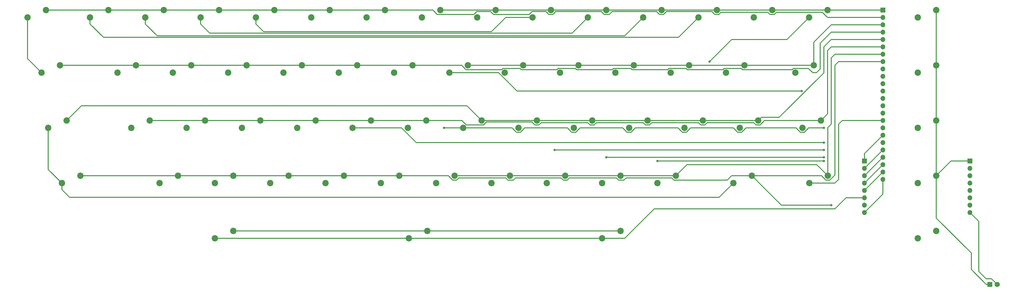
<source format=gbr>
G04 #@! TF.GenerationSoftware,KiCad,Pcbnew,5.0.2+dfsg1-1*
G04 #@! TF.CreationDate,2021-04-26T19:44:06+02:00*
G04 #@! TF.ProjectId,Project Helena,50726f6a-6563-4742-9048-656c656e612e,rev?*
G04 #@! TF.SameCoordinates,Original*
G04 #@! TF.FileFunction,Copper,L2,Bot*
G04 #@! TF.FilePolarity,Positive*
%FSLAX46Y46*%
G04 Gerber Fmt 4.6, Leading zero omitted, Abs format (unit mm)*
G04 Created by KiCad (PCBNEW 5.0.2+dfsg1-1) date Mon 26 Apr 2021 07:44:06 PM CEST*
%MOMM*%
%LPD*%
G01*
G04 APERTURE LIST*
G04 #@! TA.AperFunction,ComponentPad*
%ADD10C,2.200000*%
G04 #@! TD*
G04 #@! TA.AperFunction,ComponentPad*
%ADD11R,1.800000X1.800000*%
G04 #@! TD*
G04 #@! TA.AperFunction,ComponentPad*
%ADD12C,1.800000*%
G04 #@! TD*
G04 #@! TA.AperFunction,ComponentPad*
%ADD13O,1.700000X1.700000*%
G04 #@! TD*
G04 #@! TA.AperFunction,ComponentPad*
%ADD14R,1.700000X1.700000*%
G04 #@! TD*
G04 #@! TA.AperFunction,ViaPad*
%ADD15C,0.800000*%
G04 #@! TD*
G04 #@! TA.AperFunction,Conductor*
%ADD16C,0.304800*%
G04 #@! TD*
G04 APERTURE END LIST*
D10*
G04 #@! TO.P,SW63,2*
G04 #@! TO.N,P11*
X237363000Y-158750000D03*
G04 #@! TO.P,SW63,1*
G04 #@! TO.N,P7*
X243713000Y-156210000D03*
G04 #@! TD*
G04 #@! TO.P,SW55,1*
G04 #@! TO.N,P7*
X315087000Y-137160000D03*
G04 #@! TO.P,SW55,2*
G04 #@! TO.N,P16*
X308737000Y-139700000D03*
G04 #@! TD*
G04 #@! TO.P,SW1,1*
G04 #@! TO.N,P1*
X314960000Y-80010000D03*
G04 #@! TO.P,SW1,2*
G04 #@! TO.N,BCS*
X308610000Y-82550000D03*
G04 #@! TD*
D11*
G04 #@! TO.P,D1,1*
G04 #@! TO.N,WIRE_GND*
X370840000Y-174625000D03*
D12*
G04 #@! TO.P,D1,2*
G04 #@! TO.N,WIRE_LED*
X373380000Y-174625000D03*
G04 #@! TD*
D10*
G04 #@! TO.P,SW2,1*
G04 #@! TO.N,P5*
X52959000Y-118110000D03*
G04 #@! TO.P,SW2,2*
G04 #@! TO.N,BCS*
X46609000Y-120650000D03*
G04 #@! TD*
G04 #@! TO.P,SW4,1*
G04 #@! TO.N,P1*
X181610000Y-80010000D03*
G04 #@! TO.P,SW4,2*
G04 #@! TO.N,P10*
X175260000Y-82550000D03*
G04 #@! TD*
G04 #@! TO.P,SW5,2*
G04 #@! TO.N,P10*
X156210000Y-82550000D03*
G04 #@! TO.P,SW5,1*
G04 #@! TO.N,P2*
X162560000Y-80010000D03*
G04 #@! TD*
G04 #@! TO.P,SW6,1*
G04 #@! TO.N,P3*
X191135000Y-99060000D03*
G04 #@! TO.P,SW6,2*
G04 #@! TO.N,P10*
X184785000Y-101600000D03*
G04 #@! TD*
G04 #@! TO.P,SW7,2*
G04 #@! TO.N,P10*
X165735000Y-101600000D03*
G04 #@! TO.P,SW7,1*
G04 #@! TO.N,P4*
X172085000Y-99060000D03*
G04 #@! TD*
G04 #@! TO.P,SW8,1*
G04 #@! TO.N,P7*
X186563000Y-137160000D03*
G04 #@! TO.P,SW8,2*
G04 #@! TO.N,P10*
X180213000Y-139700000D03*
G04 #@! TD*
G04 #@! TO.P,SW9,2*
G04 #@! TO.N,P11*
X189484000Y-120650000D03*
G04 #@! TO.P,SW9,1*
G04 #@! TO.N,P5*
X195834000Y-118110000D03*
G04 #@! TD*
G04 #@! TO.P,SW10,1*
G04 #@! TO.N,P6*
X176784000Y-118110000D03*
G04 #@! TO.P,SW10,2*
G04 #@! TO.N,P11*
X170434000Y-120650000D03*
G04 #@! TD*
G04 #@! TO.P,SW11,2*
G04 #@! TO.N,P11*
X170815000Y-158750000D03*
G04 #@! TO.P,SW11,1*
G04 #@! TO.N,P7*
X177165000Y-156210000D03*
G04 #@! TD*
G04 #@! TO.P,SW12,1*
G04 #@! TO.N,WIRE_P8*
X352425000Y-156210000D03*
G04 #@! TO.P,SW12,2*
G04 #@! TO.N,WIRE_P11*
X346075000Y-158750000D03*
G04 #@! TD*
G04 #@! TO.P,SW13,2*
G04 #@! TO.N,P12*
X194310000Y-82550000D03*
G04 #@! TO.P,SW13,1*
G04 #@! TO.N,P1*
X200660000Y-80010000D03*
G04 #@! TD*
G04 #@! TO.P,SW14,1*
G04 #@! TO.N,P2*
X143510000Y-80010000D03*
G04 #@! TO.P,SW14,2*
G04 #@! TO.N,P12*
X137160000Y-82550000D03*
G04 #@! TD*
G04 #@! TO.P,SW15,2*
G04 #@! TO.N,P12*
X203835000Y-101600000D03*
G04 #@! TO.P,SW15,1*
G04 #@! TO.N,P3*
X210185000Y-99060000D03*
G04 #@! TD*
G04 #@! TO.P,SW16,1*
G04 #@! TO.N,P4*
X153035000Y-99060000D03*
G04 #@! TO.P,SW16,2*
G04 #@! TO.N,P12*
X146685000Y-101600000D03*
G04 #@! TD*
G04 #@! TO.P,SW17,2*
G04 #@! TO.N,P12*
X208534000Y-120650000D03*
G04 #@! TO.P,SW17,1*
G04 #@! TO.N,P5*
X214884000Y-118110000D03*
G04 #@! TD*
G04 #@! TO.P,SW18,1*
G04 #@! TO.N,P6*
X157734000Y-118110000D03*
G04 #@! TO.P,SW18,2*
G04 #@! TO.N,P12*
X151384000Y-120650000D03*
G04 #@! TD*
G04 #@! TO.P,SW19,2*
G04 #@! TO.N,P12*
X199263000Y-139700000D03*
G04 #@! TO.P,SW19,1*
G04 #@! TO.N,P7*
X205613000Y-137160000D03*
G04 #@! TD*
G04 #@! TO.P,SW20,1*
G04 #@! TO.N,P8*
X167513000Y-137160000D03*
G04 #@! TO.P,SW20,2*
G04 #@! TO.N,P12*
X161163000Y-139700000D03*
G04 #@! TD*
G04 #@! TO.P,SW21,2*
G04 #@! TO.N,WIRE_START*
X346075000Y-139700000D03*
G04 #@! TO.P,SW21,1*
G04 #@! TO.N,WIRE_GND*
X352425000Y-137160000D03*
G04 #@! TD*
G04 #@! TO.P,SW22,2*
G04 #@! TO.N,P13*
X213360000Y-82550000D03*
G04 #@! TO.P,SW22,1*
G04 #@! TO.N,P1*
X219710000Y-80010000D03*
G04 #@! TD*
G04 #@! TO.P,SW23,1*
G04 #@! TO.N,P2*
X124460000Y-80010000D03*
G04 #@! TO.P,SW23,2*
G04 #@! TO.N,P13*
X118110000Y-82550000D03*
G04 #@! TD*
G04 #@! TO.P,SW24,2*
G04 #@! TO.N,P13*
X222885000Y-101600000D03*
G04 #@! TO.P,SW24,1*
G04 #@! TO.N,P3*
X229235000Y-99060000D03*
G04 #@! TD*
G04 #@! TO.P,SW25,1*
G04 #@! TO.N,P4*
X133985000Y-99060000D03*
G04 #@! TO.P,SW25,2*
G04 #@! TO.N,P13*
X127635000Y-101600000D03*
G04 #@! TD*
G04 #@! TO.P,SW26,2*
G04 #@! TO.N,P13*
X227584000Y-120650000D03*
G04 #@! TO.P,SW26,1*
G04 #@! TO.N,P5*
X233934000Y-118110000D03*
G04 #@! TD*
G04 #@! TO.P,SW27,1*
G04 #@! TO.N,P6*
X138684000Y-118110000D03*
G04 #@! TO.P,SW27,2*
G04 #@! TO.N,P13*
X132334000Y-120650000D03*
G04 #@! TD*
G04 #@! TO.P,SW28,2*
G04 #@! TO.N,P13*
X218313000Y-139700000D03*
G04 #@! TO.P,SW28,1*
G04 #@! TO.N,P7*
X224663000Y-137160000D03*
G04 #@! TD*
G04 #@! TO.P,SW29,1*
G04 #@! TO.N,P8*
X148463000Y-137160000D03*
G04 #@! TO.P,SW29,2*
G04 #@! TO.N,P13*
X142113000Y-139700000D03*
G04 #@! TD*
G04 #@! TO.P,SW30,1*
G04 #@! TO.N,WIRE_GND*
X352425000Y-118110000D03*
G04 #@! TO.P,SW30,2*
G04 #@! TO.N,WIRE_SELECT*
X346075000Y-120650000D03*
G04 #@! TD*
G04 #@! TO.P,SW31,2*
G04 #@! TO.N,P14*
X232410000Y-82550000D03*
G04 #@! TO.P,SW31,1*
G04 #@! TO.N,P1*
X238760000Y-80010000D03*
G04 #@! TD*
G04 #@! TO.P,SW32,1*
G04 #@! TO.N,P2*
X105410000Y-80010000D03*
G04 #@! TO.P,SW32,2*
G04 #@! TO.N,P14*
X99060000Y-82550000D03*
G04 #@! TD*
G04 #@! TO.P,SW33,2*
G04 #@! TO.N,P14*
X241935000Y-101600000D03*
G04 #@! TO.P,SW33,1*
G04 #@! TO.N,P3*
X248285000Y-99060000D03*
G04 #@! TD*
G04 #@! TO.P,SW34,1*
G04 #@! TO.N,P4*
X114935000Y-99060000D03*
G04 #@! TO.P,SW34,2*
G04 #@! TO.N,P14*
X108585000Y-101600000D03*
G04 #@! TD*
G04 #@! TO.P,SW35,2*
G04 #@! TO.N,P14*
X246634000Y-120650000D03*
G04 #@! TO.P,SW35,1*
G04 #@! TO.N,P5*
X252984000Y-118110000D03*
G04 #@! TD*
G04 #@! TO.P,SW36,1*
G04 #@! TO.N,P6*
X119634000Y-118110000D03*
G04 #@! TO.P,SW36,2*
G04 #@! TO.N,P14*
X113284000Y-120650000D03*
G04 #@! TD*
G04 #@! TO.P,SW37,2*
G04 #@! TO.N,P14*
X237363000Y-139700000D03*
G04 #@! TO.P,SW37,1*
G04 #@! TO.N,P7*
X243713000Y-137160000D03*
G04 #@! TD*
G04 #@! TO.P,SW38,2*
G04 #@! TO.N,P14*
X123063000Y-139700000D03*
G04 #@! TO.P,SW38,1*
G04 #@! TO.N,P8*
X129413000Y-137160000D03*
G04 #@! TD*
G04 #@! TO.P,SW39,1*
G04 #@! TO.N,WIRE_GND*
X352425000Y-99060000D03*
G04 #@! TO.P,SW39,2*
G04 #@! TO.N,WIRE_OPTION*
X346075000Y-101600000D03*
G04 #@! TD*
G04 #@! TO.P,SW40,1*
G04 #@! TO.N,P1*
X257810000Y-80010000D03*
G04 #@! TO.P,SW40,2*
G04 #@! TO.N,P15*
X251460000Y-82550000D03*
G04 #@! TD*
G04 #@! TO.P,SW41,2*
G04 #@! TO.N,P15*
X80010000Y-82550000D03*
G04 #@! TO.P,SW41,1*
G04 #@! TO.N,P2*
X86360000Y-80010000D03*
G04 #@! TD*
G04 #@! TO.P,SW42,1*
G04 #@! TO.N,P3*
X267335000Y-99060000D03*
G04 #@! TO.P,SW42,2*
G04 #@! TO.N,P15*
X260985000Y-101600000D03*
G04 #@! TD*
G04 #@! TO.P,SW43,2*
G04 #@! TO.N,P15*
X89535000Y-101600000D03*
G04 #@! TO.P,SW43,1*
G04 #@! TO.N,P4*
X95885000Y-99060000D03*
G04 #@! TD*
G04 #@! TO.P,SW44,1*
G04 #@! TO.N,P5*
X272034000Y-118110000D03*
G04 #@! TO.P,SW44,2*
G04 #@! TO.N,P15*
X265684000Y-120650000D03*
G04 #@! TD*
G04 #@! TO.P,SW45,2*
G04 #@! TO.N,P15*
X94234000Y-120650000D03*
G04 #@! TO.P,SW45,1*
G04 #@! TO.N,P6*
X100584000Y-118110000D03*
G04 #@! TD*
G04 #@! TO.P,SW46,1*
G04 #@! TO.N,P7*
X262763000Y-137160000D03*
G04 #@! TO.P,SW46,2*
G04 #@! TO.N,P15*
X256413000Y-139700000D03*
G04 #@! TD*
G04 #@! TO.P,SW47,2*
G04 #@! TO.N,P15*
X104013000Y-139700000D03*
G04 #@! TO.P,SW47,1*
G04 #@! TO.N,P8*
X110363000Y-137160000D03*
G04 #@! TD*
G04 #@! TO.P,SW48,1*
G04 #@! TO.N,WIRE_GND*
X352425000Y-80010000D03*
G04 #@! TO.P,SW48,2*
G04 #@! TO.N,WIRE_RESET*
X346075000Y-82550000D03*
G04 #@! TD*
G04 #@! TO.P,SW49,1*
G04 #@! TO.N,P1*
X276860000Y-80010000D03*
G04 #@! TO.P,SW49,2*
G04 #@! TO.N,P16*
X270510000Y-82550000D03*
G04 #@! TD*
G04 #@! TO.P,SW50,2*
G04 #@! TO.N,P16*
X60960000Y-82550000D03*
G04 #@! TO.P,SW50,1*
G04 #@! TO.N,P2*
X67310000Y-80010000D03*
G04 #@! TD*
G04 #@! TO.P,SW51,1*
G04 #@! TO.N,P3*
X286385000Y-99060000D03*
G04 #@! TO.P,SW51,2*
G04 #@! TO.N,P16*
X280035000Y-101600000D03*
G04 #@! TD*
G04 #@! TO.P,SW52,2*
G04 #@! TO.N,P16*
X70485000Y-101600000D03*
G04 #@! TO.P,SW52,1*
G04 #@! TO.N,P4*
X76835000Y-99060000D03*
G04 #@! TD*
G04 #@! TO.P,SW53,1*
G04 #@! TO.N,P5*
X291084000Y-118110000D03*
G04 #@! TO.P,SW53,2*
G04 #@! TO.N,P16*
X284734000Y-120650000D03*
G04 #@! TD*
G04 #@! TO.P,SW54,2*
G04 #@! TO.N,P16*
X75184000Y-120650000D03*
G04 #@! TO.P,SW54,1*
G04 #@! TO.N,P6*
X81534000Y-118110000D03*
G04 #@! TD*
G04 #@! TO.P,SW56,2*
G04 #@! TO.N,P16*
X84963000Y-139700000D03*
G04 #@! TO.P,SW56,1*
G04 #@! TO.N,P8*
X91313000Y-137160000D03*
G04 #@! TD*
G04 #@! TO.P,SW57,1*
G04 #@! TO.N,P1*
X295910000Y-80010000D03*
G04 #@! TO.P,SW57,2*
G04 #@! TO.N,P17*
X289560000Y-82550000D03*
G04 #@! TD*
G04 #@! TO.P,SW58,2*
G04 #@! TO.N,P17*
X39497000Y-82550000D03*
G04 #@! TO.P,SW58,1*
G04 #@! TO.N,P2*
X45847000Y-80010000D03*
G04 #@! TD*
G04 #@! TO.P,SW59,1*
G04 #@! TO.N,P3*
X310261000Y-99060000D03*
G04 #@! TO.P,SW59,2*
G04 #@! TO.N,P17*
X303911000Y-101600000D03*
G04 #@! TD*
G04 #@! TO.P,SW60,2*
G04 #@! TO.N,P17*
X44323000Y-101600000D03*
G04 #@! TO.P,SW60,1*
G04 #@! TO.N,P4*
X50673000Y-99060000D03*
G04 #@! TD*
G04 #@! TO.P,SW61,1*
G04 #@! TO.N,P6*
X312674000Y-118110000D03*
G04 #@! TO.P,SW61,2*
G04 #@! TO.N,P17*
X306324000Y-120650000D03*
G04 #@! TD*
G04 #@! TO.P,SW62,2*
G04 #@! TO.N,P11*
X104013000Y-158750000D03*
G04 #@! TO.P,SW62,1*
G04 #@! TO.N,P7*
X110363000Y-156210000D03*
G04 #@! TD*
G04 #@! TO.P,SW64,1*
G04 #@! TO.N,P8*
X288925000Y-137160000D03*
G04 #@! TO.P,SW64,2*
G04 #@! TO.N,BCS*
X282575000Y-139700000D03*
G04 #@! TD*
G04 #@! TO.P,SW3,1*
G04 #@! TO.N,P8*
X57658000Y-137160000D03*
G04 #@! TO.P,SW3,2*
G04 #@! TO.N,BCS*
X51308000Y-139700000D03*
G04 #@! TD*
D13*
G04 #@! TO.P,J2,8*
G04 #@! TO.N,LED*
X327660000Y-149860000D03*
G04 #@! TO.P,J2,7*
G04 #@! TO.N,P8*
X327660000Y-147320000D03*
G04 #@! TO.P,J2,6*
G04 #@! TO.N,P11*
X327660000Y-144780000D03*
G04 #@! TO.P,J2,5*
G04 #@! TO.N,RESET*
X327660000Y-142240000D03*
G04 #@! TO.P,J2,4*
G04 #@! TO.N,OPTION*
X327660000Y-139700000D03*
G04 #@! TO.P,J2,3*
G04 #@! TO.N,SELECT*
X327660000Y-137160000D03*
G04 #@! TO.P,J2,2*
G04 #@! TO.N,START*
X327660000Y-134620000D03*
D14*
G04 #@! TO.P,J2,1*
G04 #@! TO.N,GND*
X327660000Y-132080000D03*
G04 #@! TD*
G04 #@! TO.P,J3,1*
G04 #@! TO.N,WIRE_GND*
X364000000Y-132080000D03*
D13*
G04 #@! TO.P,J3,2*
G04 #@! TO.N,WIRE_START*
X364000000Y-134620000D03*
G04 #@! TO.P,J3,3*
G04 #@! TO.N,WIRE_SELECT*
X364000000Y-137160000D03*
G04 #@! TO.P,J3,4*
G04 #@! TO.N,WIRE_OPTION*
X364000000Y-139700000D03*
G04 #@! TO.P,J3,5*
G04 #@! TO.N,WIRE_RESET*
X364000000Y-142240000D03*
G04 #@! TO.P,J3,6*
G04 #@! TO.N,WIRE_P11*
X364000000Y-144780000D03*
G04 #@! TO.P,J3,7*
G04 #@! TO.N,WIRE_P8*
X364000000Y-147320000D03*
G04 #@! TO.P,J3,8*
G04 #@! TO.N,WIRE_LED*
X364000000Y-149860000D03*
G04 #@! TD*
D14*
G04 #@! TO.P,J1,1*
G04 #@! TO.N,P1*
X334000000Y-80000000D03*
D13*
G04 #@! TO.P,J1,2*
G04 #@! TO.N,P2*
X334000000Y-82540000D03*
G04 #@! TO.P,J1,3*
G04 #@! TO.N,P3*
X334000000Y-85080000D03*
G04 #@! TO.P,J1,4*
G04 #@! TO.N,P4*
X334000000Y-87620000D03*
G04 #@! TO.P,J1,5*
G04 #@! TO.N,P5*
X334000000Y-90160000D03*
G04 #@! TO.P,J1,6*
G04 #@! TO.N,P6*
X334000000Y-92700000D03*
G04 #@! TO.P,J1,7*
G04 #@! TO.N,P7*
X334000000Y-95240000D03*
G04 #@! TO.P,J1,8*
G04 #@! TO.N,P8*
X334000000Y-97780000D03*
G04 #@! TO.P,J1,9*
G04 #@! TO.N,BCS*
X334000000Y-100320000D03*
G04 #@! TO.P,J1,10*
G04 #@! TO.N,P10*
X334000000Y-102860000D03*
G04 #@! TO.P,J1,11*
G04 #@! TO.N,P11*
X334000000Y-105400000D03*
G04 #@! TO.P,J1,12*
G04 #@! TO.N,P12*
X334000000Y-107940000D03*
G04 #@! TO.P,J1,13*
G04 #@! TO.N,P13*
X334000000Y-110480000D03*
G04 #@! TO.P,J1,14*
G04 #@! TO.N,P14*
X334000000Y-113020000D03*
G04 #@! TO.P,J1,15*
G04 #@! TO.N,P15*
X334000000Y-115560000D03*
G04 #@! TO.P,J1,16*
G04 #@! TO.N,P16*
X334000000Y-118100000D03*
G04 #@! TO.P,J1,17*
G04 #@! TO.N,P17*
X334000000Y-120640000D03*
G04 #@! TO.P,J1,18*
G04 #@! TO.N,GND*
X334000000Y-123180000D03*
G04 #@! TO.P,J1,19*
G04 #@! TO.N,N/C*
X334000000Y-125720000D03*
G04 #@! TO.P,J1,20*
G04 #@! TO.N,START*
X334000000Y-128260000D03*
G04 #@! TO.P,J1,21*
G04 #@! TO.N,SELECT*
X334000000Y-130800000D03*
G04 #@! TO.P,J1,22*
G04 #@! TO.N,OPTION*
X334000000Y-133340000D03*
G04 #@! TO.P,J1,23*
G04 #@! TO.N,RESET*
X334000000Y-135880000D03*
G04 #@! TO.P,J1,24*
G04 #@! TO.N,LED*
X334000000Y-138420000D03*
G04 #@! TD*
D15*
G04 #@! TO.N,P8*
X316230000Y-147320000D03*
G04 #@! TO.N,BCS*
X274320000Y-97790000D03*
G04 #@! TO.N,P10*
X306070000Y-107950000D03*
G04 #@! TO.N,P11*
X182880000Y-120650000D03*
X313690000Y-120650000D03*
G04 #@! TO.N,P12*
X313690000Y-125730000D03*
G04 #@! TO.N,P13*
X220980000Y-128270000D03*
X313690000Y-128270000D03*
G04 #@! TO.N,P14*
X238760000Y-130810000D03*
X313690000Y-130810000D03*
G04 #@! TO.N,P15*
X256413000Y-132080000D03*
X313690000Y-132080000D03*
G04 #@! TD*
D16*
G04 #@! TO.N,GND*
X327660000Y-129520000D02*
X327660000Y-132080000D01*
X334000000Y-123180000D02*
X327660000Y-129520000D01*
G04 #@! TO.N,LED*
X334000000Y-143520000D02*
X327660000Y-149860000D01*
X334000000Y-138420000D02*
X334000000Y-143520000D01*
G04 #@! TO.N,P1*
X314960000Y-80010000D02*
X295910000Y-80010000D01*
X295910000Y-80010000D02*
X276860000Y-80010000D01*
X276860000Y-80010000D02*
X257810000Y-80010000D01*
X257810000Y-80010000D02*
X238760000Y-80010000D01*
X238760000Y-80010000D02*
X219710000Y-80010000D01*
X200660000Y-80010000D02*
X219710000Y-80010000D01*
X200660000Y-80010000D02*
X181610000Y-80010000D01*
X333990000Y-80010000D02*
X334000000Y-80000000D01*
X314960000Y-80010000D02*
X333990000Y-80010000D01*
G04 #@! TO.N,P2*
X162560000Y-80010000D02*
X45847000Y-80010000D01*
X295211311Y-81465601D02*
X296608689Y-81465601D01*
X294454399Y-80708689D02*
X295211311Y-81465601D01*
X278315601Y-80708689D02*
X294454399Y-80708689D01*
X277558689Y-81465601D02*
X278315601Y-80708689D01*
X276161311Y-81465601D02*
X277558689Y-81465601D01*
X275213720Y-80518010D02*
X276161311Y-81465601D01*
X259456280Y-80518010D02*
X275213720Y-80518010D01*
X258508689Y-81465601D02*
X259456280Y-80518010D01*
X257111311Y-81465601D02*
X258508689Y-81465601D01*
X256163720Y-80518010D02*
X257111311Y-81465601D01*
X240791990Y-80518010D02*
X256163720Y-80518010D01*
X296608689Y-81465601D02*
X297365601Y-80708689D01*
X194187700Y-80518010D02*
X199013720Y-80518010D01*
X239844399Y-81465601D02*
X240791990Y-80518010D01*
X313118689Y-80708689D02*
X314960000Y-82550000D01*
X199961311Y-81465601D02*
X212290109Y-81465601D01*
X297365601Y-80708689D02*
X313118689Y-80708689D01*
X199013720Y-80518010D02*
X199961311Y-81465601D01*
X238061311Y-81465601D02*
X239844399Y-81465601D01*
X314960000Y-82550000D02*
X333990000Y-82550000D01*
X212290109Y-81465601D02*
X213237700Y-80518010D01*
X333990000Y-82550000D02*
X334000000Y-82540000D01*
X213237700Y-80518010D02*
X218063720Y-80518010D01*
X218063720Y-80518010D02*
X219011311Y-81465601D01*
X179070000Y-80010000D02*
X180525601Y-81465601D01*
X220408689Y-81465601D02*
X221356280Y-80518010D01*
X219011311Y-81465601D02*
X220408689Y-81465601D01*
X180525601Y-81465601D02*
X193240109Y-81465601D01*
X221356280Y-80518010D02*
X237113720Y-80518010D01*
X193240109Y-81465601D02*
X194187700Y-80518010D01*
X162560000Y-80010000D02*
X179070000Y-80010000D01*
X237113720Y-80518010D02*
X238061311Y-81465601D01*
G04 #@! TO.N,P3*
X310261000Y-99060000D02*
X267335000Y-99060000D01*
X267335000Y-99060000D02*
X191135000Y-99060000D01*
X333990000Y-85090000D02*
X334000000Y-85080000D01*
X316230000Y-85090000D02*
X333990000Y-85090000D01*
X310261000Y-99060000D02*
X310261000Y-91059000D01*
X310261000Y-91059000D02*
X316230000Y-85090000D01*
G04 #@! TO.N,P4*
X172085000Y-99060000D02*
X50673000Y-99060000D01*
X333990000Y-87630000D02*
X334000000Y-87620000D01*
X311150000Y-101600000D02*
X312420000Y-100330000D01*
X309880000Y-101600000D02*
X311150000Y-101600000D01*
X308424399Y-100144399D02*
X309880000Y-101600000D01*
X303212311Y-100144399D02*
X308424399Y-100144399D01*
X302841109Y-100515601D02*
X303212311Y-100144399D01*
X285686311Y-100515601D02*
X302841109Y-100515601D01*
X285315109Y-100144399D02*
X285686311Y-100515601D01*
X190436311Y-100515601D02*
X202765109Y-100515601D01*
X260286311Y-100144399D02*
X266265109Y-100144399D01*
X209115109Y-100144399D02*
X209486311Y-100515601D01*
X312420000Y-100330000D02*
X312420000Y-91440000D01*
X172085000Y-99060000D02*
X188980710Y-99060000D01*
X188980710Y-99060000D02*
X190436311Y-100515601D01*
X203136311Y-100144399D02*
X209115109Y-100144399D01*
X259915109Y-100515601D02*
X260286311Y-100144399D01*
X266265109Y-100144399D02*
X266636311Y-100515601D01*
X209486311Y-100515601D02*
X221815109Y-100515601D01*
X312420000Y-91440000D02*
X316230000Y-87630000D01*
X266636311Y-100515601D02*
X278965109Y-100515601D01*
X221815109Y-100515601D02*
X222186311Y-100144399D01*
X202765109Y-100515601D02*
X203136311Y-100144399D01*
X228536311Y-100515601D02*
X240865109Y-100515601D01*
X316230000Y-87630000D02*
X333990000Y-87630000D01*
X278965109Y-100515601D02*
X279336311Y-100144399D01*
X222186311Y-100144399D02*
X228165109Y-100144399D01*
X240865109Y-100515601D02*
X241236311Y-100144399D01*
X279336311Y-100144399D02*
X285315109Y-100144399D01*
X228165109Y-100144399D02*
X228536311Y-100515601D01*
X241236311Y-100144399D02*
X247215109Y-100144399D01*
X247215109Y-100144399D02*
X247586311Y-100515601D01*
X247586311Y-100515601D02*
X259915109Y-100515601D01*
G04 #@! TO.N,P5*
X291084000Y-118110000D02*
X195834000Y-118110000D01*
X190754000Y-113030000D02*
X195834000Y-118110000D01*
X58039000Y-113030000D02*
X190754000Y-113030000D01*
X52959000Y-118110000D02*
X58039000Y-113030000D01*
X292183999Y-117010001D02*
X298337289Y-117010001D01*
X333990000Y-90170000D02*
X334000000Y-90160000D01*
X316230000Y-90170000D02*
X333990000Y-90170000D01*
X298337289Y-117010001D02*
X313690000Y-101657290D01*
X313690000Y-101657290D02*
X313690000Y-92710000D01*
X291084000Y-118110000D02*
X292183999Y-117010001D01*
X313690000Y-92710000D02*
X316230000Y-90170000D01*
G04 #@! TO.N,P6*
X176784000Y-118110000D02*
X100584000Y-118110000D01*
X100584000Y-118110000D02*
X81534000Y-118110000D01*
X189098290Y-118110000D02*
X176784000Y-118110000D01*
X196532689Y-119565601D02*
X190553891Y-119565601D01*
X197480280Y-118618010D02*
X196532689Y-119565601D01*
X213237720Y-118618010D02*
X197480280Y-118618010D01*
X214185311Y-119565601D02*
X213237720Y-118618010D01*
X215582689Y-119565601D02*
X214185311Y-119565601D01*
X216339601Y-118808689D02*
X215582689Y-119565601D01*
X233235311Y-119565601D02*
X232478399Y-118808689D01*
X235389601Y-118808689D02*
X234632689Y-119565601D01*
X190553891Y-119565601D02*
X189098290Y-118110000D01*
X251528399Y-118808689D02*
X235389601Y-118808689D01*
X234632689Y-119565601D02*
X233235311Y-119565601D01*
X252285311Y-119565601D02*
X251528399Y-118808689D01*
X253682689Y-119565601D02*
X252285311Y-119565601D01*
X254439601Y-118808689D02*
X253682689Y-119565601D01*
X270578399Y-118808689D02*
X254439601Y-118808689D01*
X232478399Y-118808689D02*
X216339601Y-118808689D01*
X272732689Y-119565601D02*
X271335311Y-119565601D01*
X273489601Y-118808689D02*
X272732689Y-119565601D01*
X289628399Y-118808689D02*
X273489601Y-118808689D01*
X290385311Y-119565601D02*
X289628399Y-118808689D01*
X291782689Y-119565601D02*
X290385311Y-119565601D01*
X293238290Y-118110000D02*
X291782689Y-119565601D01*
X271335311Y-119565601D02*
X270578399Y-118808689D01*
X312674000Y-118110000D02*
X293238290Y-118110000D01*
X333990000Y-92710000D02*
X334000000Y-92700000D01*
X316230000Y-92710000D02*
X333990000Y-92710000D01*
X314960000Y-93980000D02*
X316230000Y-92710000D01*
X312674000Y-118110000D02*
X314960000Y-115824000D01*
X314960000Y-115824000D02*
X314960000Y-93980000D01*
G04 #@! TO.N,P7*
X266573000Y-133350000D02*
X262763000Y-137160000D01*
X311277000Y-133350000D02*
X266573000Y-133350000D01*
X315087000Y-137160000D02*
X311277000Y-133350000D01*
X262763000Y-137160000D02*
X224663000Y-137160000D01*
X224663000Y-137160000D02*
X186563000Y-137160000D01*
X243713000Y-156210000D02*
X177165000Y-156210000D01*
X177165000Y-156210000D02*
X110363000Y-156210000D01*
X333990000Y-95250000D02*
X334000000Y-95240000D01*
X317500000Y-95250000D02*
X333990000Y-95250000D01*
X316230000Y-96520000D02*
X317500000Y-95250000D01*
X316230000Y-119380000D02*
X316230000Y-96520000D01*
X315087000Y-137160000D02*
X315087000Y-120523000D01*
X315087000Y-120523000D02*
X316230000Y-119380000D01*
G04 #@! TO.N,P8*
X167513000Y-137160000D02*
X148463000Y-137160000D01*
X148463000Y-137160000D02*
X129413000Y-137160000D01*
X129413000Y-137160000D02*
X91313000Y-137160000D01*
X91313000Y-137160000D02*
X57658000Y-137160000D01*
X281940000Y-137160000D02*
X288925000Y-137160000D01*
X280484399Y-138615601D02*
X281940000Y-137160000D01*
X262064311Y-138615601D02*
X280484399Y-138615601D01*
X261307399Y-137858689D02*
X262064311Y-138615601D01*
X204157399Y-137858689D02*
X204914311Y-138615601D01*
X188018601Y-137858689D02*
X204157399Y-137858689D01*
X206824399Y-138615601D02*
X207581311Y-137858689D01*
X204914311Y-138615601D02*
X206824399Y-138615601D01*
X185864311Y-138615601D02*
X187261689Y-138615601D01*
X167513000Y-137160000D02*
X184408710Y-137160000D01*
X184408710Y-137160000D02*
X185864311Y-138615601D01*
X226118601Y-137858689D02*
X242257399Y-137858689D01*
X207581311Y-137858689D02*
X223207399Y-137858689D01*
X223207399Y-137858689D02*
X223964311Y-138615601D01*
X223964311Y-138615601D02*
X225361689Y-138615601D01*
X187261689Y-138615601D02*
X188018601Y-137858689D01*
X225361689Y-138615601D02*
X226118601Y-137858689D01*
X242257399Y-137858689D02*
X243014311Y-138615601D01*
X244924399Y-138615601D02*
X245681311Y-137858689D01*
X245681311Y-137858689D02*
X261307399Y-137858689D01*
X243014311Y-138615601D02*
X244924399Y-138615601D01*
X312932710Y-137160000D02*
X314388311Y-138615601D01*
X333990000Y-97790000D02*
X334000000Y-97780000D01*
X288925000Y-137160000D02*
X312932710Y-137160000D01*
X318770000Y-97790000D02*
X333990000Y-97790000D01*
X317500000Y-136901290D02*
X317500000Y-99060000D01*
X314388311Y-138615601D02*
X315785689Y-138615601D01*
X315785689Y-138615601D02*
X317500000Y-136901290D01*
X317500000Y-99060000D02*
X318770000Y-97790000D01*
X288925000Y-137160000D02*
X299085000Y-147320000D01*
X299085000Y-147320000D02*
X316230000Y-147320000D01*
G04 #@! TO.N,BCS*
X46609000Y-135001000D02*
X51308000Y-139700000D01*
X46609000Y-120650000D02*
X46609000Y-135001000D01*
X277679399Y-144595601D02*
X282575000Y-139700000D01*
X51308000Y-141916290D02*
X53987311Y-144595601D01*
X53987311Y-144595601D02*
X277679399Y-144595601D01*
X51308000Y-139700000D02*
X51308000Y-141916290D01*
X300990000Y-90170000D02*
X308610000Y-82550000D01*
X281940000Y-90170000D02*
X300990000Y-90170000D01*
X274320000Y-97790000D02*
X281940000Y-90170000D01*
G04 #@! TO.N,P10*
X208030710Y-107950000D02*
X306070000Y-107950000D01*
X184785000Y-101600000D02*
X201680710Y-101600000D01*
X201680710Y-101600000D02*
X208030710Y-107950000D01*
G04 #@! TO.N,P11*
X237363000Y-158750000D02*
X170815000Y-158750000D01*
X170815000Y-158750000D02*
X104013000Y-158750000D01*
X182880000Y-120650000D02*
X189484000Y-120650000D01*
X308478290Y-120650000D02*
X313690000Y-120650000D01*
X304169710Y-120650000D02*
X305625311Y-122105601D01*
X286888290Y-120650000D02*
X304169710Y-120650000D01*
X285432689Y-122105601D02*
X286888290Y-120650000D01*
X284035311Y-122105601D02*
X285432689Y-122105601D01*
X282579710Y-120650000D02*
X284035311Y-122105601D01*
X307022689Y-122105601D02*
X308478290Y-120650000D01*
X267838290Y-120650000D02*
X282579710Y-120650000D01*
X225429710Y-120650000D02*
X226885311Y-122105601D01*
X210688290Y-120650000D02*
X225429710Y-120650000D01*
X207835311Y-122105601D02*
X209232689Y-122105601D01*
X209232689Y-122105601D02*
X210688290Y-120650000D01*
X189484000Y-120650000D02*
X206379710Y-120650000D01*
X206379710Y-120650000D02*
X207835311Y-122105601D01*
X226885311Y-122105601D02*
X228282689Y-122105601D01*
X245935311Y-122105601D02*
X247332689Y-122105601D01*
X247332689Y-122105601D02*
X248788290Y-120650000D01*
X305625311Y-122105601D02*
X307022689Y-122105601D01*
X228282689Y-122105601D02*
X229738290Y-120650000D01*
X229738290Y-120650000D02*
X244479710Y-120650000D01*
X244479710Y-120650000D02*
X245935311Y-122105601D01*
X248788290Y-120650000D02*
X263529710Y-120650000D01*
X263529710Y-120650000D02*
X264985311Y-122105601D01*
X264985311Y-122105601D02*
X266382689Y-122105601D01*
X266382689Y-122105601D02*
X267838290Y-120650000D01*
X317500000Y-148590000D02*
X321310000Y-144780000D01*
X255270000Y-148590000D02*
X317500000Y-148590000D01*
X245110000Y-158750000D02*
X255270000Y-148590000D01*
X237363000Y-158750000D02*
X245110000Y-158750000D01*
X321310000Y-144780000D02*
X327660000Y-144780000D01*
G04 #@! TO.N,P12*
X173359710Y-125730000D02*
X313690000Y-125730000D01*
X151384000Y-120650000D02*
X168279710Y-120650000D01*
X168279710Y-120650000D02*
X173359710Y-125730000D01*
G04 #@! TO.N,P13*
X220980000Y-128270000D02*
X313690000Y-128270000D01*
X118110000Y-84766290D02*
X118110000Y-82550000D01*
X199250689Y-87445601D02*
X120789311Y-87445601D01*
X120789311Y-87445601D02*
X118110000Y-84766290D01*
X204146290Y-82550000D02*
X199250689Y-87445601D01*
X213360000Y-82550000D02*
X204146290Y-82550000D01*
G04 #@! TO.N,P14*
X238760000Y-130810000D02*
X313690000Y-130810000D01*
X227006389Y-87953611D02*
X232410000Y-82550000D01*
X102247321Y-87953611D02*
X227006389Y-87953611D01*
X99060000Y-84766290D02*
X102247321Y-87953611D01*
X99060000Y-82550000D02*
X99060000Y-84766290D01*
G04 #@! TO.N,P15*
X256413000Y-132080000D02*
X313690000Y-132080000D01*
X80010000Y-84766290D02*
X80010000Y-82550000D01*
X84143710Y-88900000D02*
X80010000Y-84766290D01*
X245110000Y-88900000D02*
X84143710Y-88900000D01*
X251460000Y-82550000D02*
X245110000Y-88900000D01*
G04 #@! TO.N,P16*
X60960000Y-84766290D02*
X60960000Y-82550000D01*
X65601720Y-89408010D02*
X60960000Y-84766290D01*
X263651990Y-89408010D02*
X65601720Y-89408010D01*
X270510000Y-82550000D02*
X263651990Y-89408010D01*
X333990000Y-118110000D02*
X334000000Y-118100000D01*
X320040000Y-118110000D02*
X333990000Y-118110000D01*
X318770000Y-119380000D02*
X320040000Y-118110000D01*
X318770000Y-138430000D02*
X318770000Y-119380000D01*
X308737000Y-139700000D02*
X317500000Y-139700000D01*
X317500000Y-139700000D02*
X318770000Y-138430000D01*
G04 #@! TO.N,P17*
X39497000Y-96774000D02*
X44323000Y-101600000D01*
X39497000Y-82550000D02*
X39497000Y-96774000D01*
G04 #@! TO.N,START*
X327660000Y-134600000D02*
X327660000Y-134620000D01*
X334000000Y-128260000D02*
X327660000Y-134600000D01*
G04 #@! TO.N,SELECT*
X327660000Y-137140000D02*
X327660000Y-137160000D01*
X334000000Y-130800000D02*
X327660000Y-137140000D01*
G04 #@! TO.N,OPTION*
X327660000Y-139680000D02*
X327660000Y-139700000D01*
X334000000Y-133340000D02*
X327660000Y-139680000D01*
G04 #@! TO.N,RESET*
X327660000Y-142220000D02*
X327660000Y-142240000D01*
X334000000Y-135880000D02*
X327660000Y-142220000D01*
G04 #@! TO.N,WIRE_GND*
X352425000Y-80010000D02*
X352425000Y-99060000D01*
X352425000Y-99060000D02*
X352425000Y-118110000D01*
X352425000Y-118110000D02*
X352425000Y-137160000D01*
X357505000Y-132080000D02*
X364000000Y-132080000D01*
X352425000Y-137160000D02*
X357505000Y-132080000D01*
X352425000Y-151765000D02*
X364490000Y-163830000D01*
X352425000Y-137160000D02*
X352425000Y-151765000D01*
X369635200Y-174625000D02*
X370840000Y-174625000D01*
X364490000Y-169479800D02*
X369635200Y-174625000D01*
X364490000Y-163830000D02*
X364490000Y-169479800D01*
G04 #@! TO.N,WIRE_LED*
X367030000Y-152890000D02*
X367030000Y-170180000D01*
X364000000Y-149860000D02*
X367030000Y-152890000D01*
X367030000Y-170180000D02*
X369570000Y-172720000D01*
X371475000Y-172720000D02*
X373380000Y-174625000D01*
X369570000Y-172720000D02*
X371475000Y-172720000D01*
G04 #@! TD*
M02*

</source>
